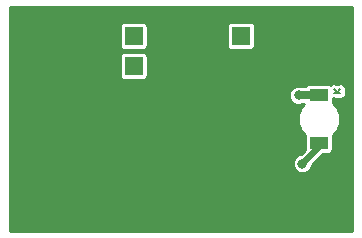
<source format=gbr>
G04 #@! TF.FileFunction,Copper,L1,Top,Signal*
%FSLAX46Y46*%
G04 Gerber Fmt 4.6, Leading zero omitted, Abs format (unit mm)*
G04 Created by KiCad (PCBNEW 4.1.0-alpha+201607041450+6962~46~ubuntu16.04.1-product) date Tue Jul  5 21:19:18 2016*
%MOMM*%
%LPD*%
G01*
G04 APERTURE LIST*
%ADD10C,0.500000*%
%ADD11C,0.150000*%
%ADD12R,1.524000X1.524000*%
%ADD13C,1.450000*%
%ADD14C,1.900000*%
%ADD15R,1.500000X1.050000*%
%ADD16C,0.800000*%
%ADD17C,0.700000*%
%ADD18C,0.250000*%
G04 APERTURE END LIST*
D10*
D11*
X28176220Y12214880D02*
X28481020Y12534920D01*
X28191460Y12252980D02*
X27919680Y12527300D01*
X27919680Y12222500D02*
X28488640Y12217420D01*
D12*
X8445500Y14478000D03*
X8445500Y17018000D03*
X10985500Y14478000D03*
X10985500Y17018000D03*
X13525500Y14478000D03*
X13525500Y17018000D03*
X20066000Y17018000D03*
X17526000Y17018000D03*
D13*
X4859000Y7500000D03*
X4859000Y12500000D03*
D14*
X2159000Y13500000D03*
X2159000Y6500000D03*
D15*
X26670000Y8000000D03*
X26670000Y12000000D03*
D16*
X25273000Y6223000D03*
X24955500Y12001500D03*
D10*
X26670000Y8000000D02*
X26670000Y7620000D01*
X26670000Y7620000D02*
X25273000Y6223000D01*
D17*
X24955500Y12001500D02*
X26668500Y12001500D01*
X26668500Y12001500D02*
X26670000Y12000000D01*
X26606500Y12063500D02*
X26670000Y12000000D01*
D18*
G36*
X29475000Y525000D02*
X525000Y525000D01*
X525000Y11838117D01*
X24130357Y11838117D01*
X24255691Y11534785D01*
X24487565Y11302507D01*
X24790677Y11176643D01*
X25118883Y11176357D01*
X25240239Y11226500D01*
X25386221Y11226500D01*
X25166106Y11006769D01*
X24895309Y10354618D01*
X24894693Y9648480D01*
X25164351Y8995857D01*
X25511585Y8648016D01*
X25486674Y8525000D01*
X25486674Y7475000D01*
X25499934Y7404528D01*
X25143519Y7048113D01*
X25109617Y7048143D01*
X24806285Y6922809D01*
X24574007Y6690935D01*
X24448143Y6387823D01*
X24447857Y6059617D01*
X24573191Y5756285D01*
X24805065Y5524007D01*
X25108177Y5398143D01*
X25436383Y5397857D01*
X25739715Y5523191D01*
X25971993Y5755065D01*
X26097857Y6058177D01*
X26097888Y6093294D01*
X27046268Y7041674D01*
X27420000Y7041674D01*
X27577496Y7071309D01*
X27722146Y7164389D01*
X27819186Y7306412D01*
X27853326Y7475000D01*
X27853326Y8525000D01*
X27829846Y8649783D01*
X28173894Y8993231D01*
X28444691Y9645382D01*
X28445307Y10351520D01*
X28175649Y11004143D01*
X27828415Y11351984D01*
X27853326Y11475000D01*
X27853326Y11735406D01*
X27915216Y11722520D01*
X28157748Y11720355D01*
X28188411Y11715029D01*
X28210063Y11719887D01*
X28484176Y11717440D01*
X28675850Y11753790D01*
X28839023Y11860724D01*
X28948854Y12021961D01*
X28988620Y12212956D01*
X28954282Y12394019D01*
X28980871Y12547111D01*
X28938157Y12737468D01*
X28825848Y12896989D01*
X28661041Y13001388D01*
X28468829Y13034771D01*
X28278472Y12992057D01*
X28194873Y12933200D01*
X28113168Y12988345D01*
X27922006Y13027294D01*
X27730489Y12990125D01*
X27609354Y12909997D01*
X27588588Y12924186D01*
X27420000Y12958326D01*
X25920000Y12958326D01*
X25762504Y12928691D01*
X25617854Y12835611D01*
X25577465Y12776500D01*
X25240391Y12776500D01*
X25120323Y12826357D01*
X24792117Y12826643D01*
X24488785Y12701309D01*
X24256507Y12469435D01*
X24130643Y12166323D01*
X24130357Y11838117D01*
X525000Y11838117D01*
X525000Y15240000D01*
X9790174Y15240000D01*
X9790174Y13716000D01*
X9819809Y13558504D01*
X9912889Y13413854D01*
X10054912Y13316814D01*
X10223500Y13282674D01*
X11747500Y13282674D01*
X11904996Y13312309D01*
X12049646Y13405389D01*
X12146686Y13547412D01*
X12180826Y13716000D01*
X12180826Y15240000D01*
X12151191Y15397496D01*
X12058111Y15542146D01*
X11916088Y15639186D01*
X11747500Y15673326D01*
X10223500Y15673326D01*
X10066004Y15643691D01*
X9921354Y15550611D01*
X9824314Y15408588D01*
X9790174Y15240000D01*
X525000Y15240000D01*
X525000Y17780000D01*
X9790174Y17780000D01*
X9790174Y16256000D01*
X9819809Y16098504D01*
X9912889Y15953854D01*
X10054912Y15856814D01*
X10223500Y15822674D01*
X11747500Y15822674D01*
X11904996Y15852309D01*
X12049646Y15945389D01*
X12146686Y16087412D01*
X12180826Y16256000D01*
X12180826Y17780000D01*
X18870674Y17780000D01*
X18870674Y16256000D01*
X18900309Y16098504D01*
X18993389Y15953854D01*
X19135412Y15856814D01*
X19304000Y15822674D01*
X20828000Y15822674D01*
X20985496Y15852309D01*
X21130146Y15945389D01*
X21227186Y16087412D01*
X21261326Y16256000D01*
X21261326Y17780000D01*
X21231691Y17937496D01*
X21138611Y18082146D01*
X20996588Y18179186D01*
X20828000Y18213326D01*
X19304000Y18213326D01*
X19146504Y18183691D01*
X19001854Y18090611D01*
X18904814Y17948588D01*
X18870674Y17780000D01*
X12180826Y17780000D01*
X12151191Y17937496D01*
X12058111Y18082146D01*
X11916088Y18179186D01*
X11747500Y18213326D01*
X10223500Y18213326D01*
X10066004Y18183691D01*
X9921354Y18090611D01*
X9824314Y17948588D01*
X9790174Y17780000D01*
X525000Y17780000D01*
X525000Y19475000D01*
X29475000Y19475000D01*
X29475000Y525000D01*
X29475000Y525000D01*
G37*
X29475000Y525000D02*
X525000Y525000D01*
X525000Y11838117D01*
X24130357Y11838117D01*
X24255691Y11534785D01*
X24487565Y11302507D01*
X24790677Y11176643D01*
X25118883Y11176357D01*
X25240239Y11226500D01*
X25386221Y11226500D01*
X25166106Y11006769D01*
X24895309Y10354618D01*
X24894693Y9648480D01*
X25164351Y8995857D01*
X25511585Y8648016D01*
X25486674Y8525000D01*
X25486674Y7475000D01*
X25499934Y7404528D01*
X25143519Y7048113D01*
X25109617Y7048143D01*
X24806285Y6922809D01*
X24574007Y6690935D01*
X24448143Y6387823D01*
X24447857Y6059617D01*
X24573191Y5756285D01*
X24805065Y5524007D01*
X25108177Y5398143D01*
X25436383Y5397857D01*
X25739715Y5523191D01*
X25971993Y5755065D01*
X26097857Y6058177D01*
X26097888Y6093294D01*
X27046268Y7041674D01*
X27420000Y7041674D01*
X27577496Y7071309D01*
X27722146Y7164389D01*
X27819186Y7306412D01*
X27853326Y7475000D01*
X27853326Y8525000D01*
X27829846Y8649783D01*
X28173894Y8993231D01*
X28444691Y9645382D01*
X28445307Y10351520D01*
X28175649Y11004143D01*
X27828415Y11351984D01*
X27853326Y11475000D01*
X27853326Y11735406D01*
X27915216Y11722520D01*
X28157748Y11720355D01*
X28188411Y11715029D01*
X28210063Y11719887D01*
X28484176Y11717440D01*
X28675850Y11753790D01*
X28839023Y11860724D01*
X28948854Y12021961D01*
X28988620Y12212956D01*
X28954282Y12394019D01*
X28980871Y12547111D01*
X28938157Y12737468D01*
X28825848Y12896989D01*
X28661041Y13001388D01*
X28468829Y13034771D01*
X28278472Y12992057D01*
X28194873Y12933200D01*
X28113168Y12988345D01*
X27922006Y13027294D01*
X27730489Y12990125D01*
X27609354Y12909997D01*
X27588588Y12924186D01*
X27420000Y12958326D01*
X25920000Y12958326D01*
X25762504Y12928691D01*
X25617854Y12835611D01*
X25577465Y12776500D01*
X25240391Y12776500D01*
X25120323Y12826357D01*
X24792117Y12826643D01*
X24488785Y12701309D01*
X24256507Y12469435D01*
X24130643Y12166323D01*
X24130357Y11838117D01*
X525000Y11838117D01*
X525000Y15240000D01*
X9790174Y15240000D01*
X9790174Y13716000D01*
X9819809Y13558504D01*
X9912889Y13413854D01*
X10054912Y13316814D01*
X10223500Y13282674D01*
X11747500Y13282674D01*
X11904996Y13312309D01*
X12049646Y13405389D01*
X12146686Y13547412D01*
X12180826Y13716000D01*
X12180826Y15240000D01*
X12151191Y15397496D01*
X12058111Y15542146D01*
X11916088Y15639186D01*
X11747500Y15673326D01*
X10223500Y15673326D01*
X10066004Y15643691D01*
X9921354Y15550611D01*
X9824314Y15408588D01*
X9790174Y15240000D01*
X525000Y15240000D01*
X525000Y17780000D01*
X9790174Y17780000D01*
X9790174Y16256000D01*
X9819809Y16098504D01*
X9912889Y15953854D01*
X10054912Y15856814D01*
X10223500Y15822674D01*
X11747500Y15822674D01*
X11904996Y15852309D01*
X12049646Y15945389D01*
X12146686Y16087412D01*
X12180826Y16256000D01*
X12180826Y17780000D01*
X18870674Y17780000D01*
X18870674Y16256000D01*
X18900309Y16098504D01*
X18993389Y15953854D01*
X19135412Y15856814D01*
X19304000Y15822674D01*
X20828000Y15822674D01*
X20985496Y15852309D01*
X21130146Y15945389D01*
X21227186Y16087412D01*
X21261326Y16256000D01*
X21261326Y17780000D01*
X21231691Y17937496D01*
X21138611Y18082146D01*
X20996588Y18179186D01*
X20828000Y18213326D01*
X19304000Y18213326D01*
X19146504Y18183691D01*
X19001854Y18090611D01*
X18904814Y17948588D01*
X18870674Y17780000D01*
X12180826Y17780000D01*
X12151191Y17937496D01*
X12058111Y18082146D01*
X11916088Y18179186D01*
X11747500Y18213326D01*
X10223500Y18213326D01*
X10066004Y18183691D01*
X9921354Y18090611D01*
X9824314Y17948588D01*
X9790174Y17780000D01*
X525000Y17780000D01*
X525000Y19475000D01*
X29475000Y19475000D01*
X29475000Y525000D01*
M02*

</source>
